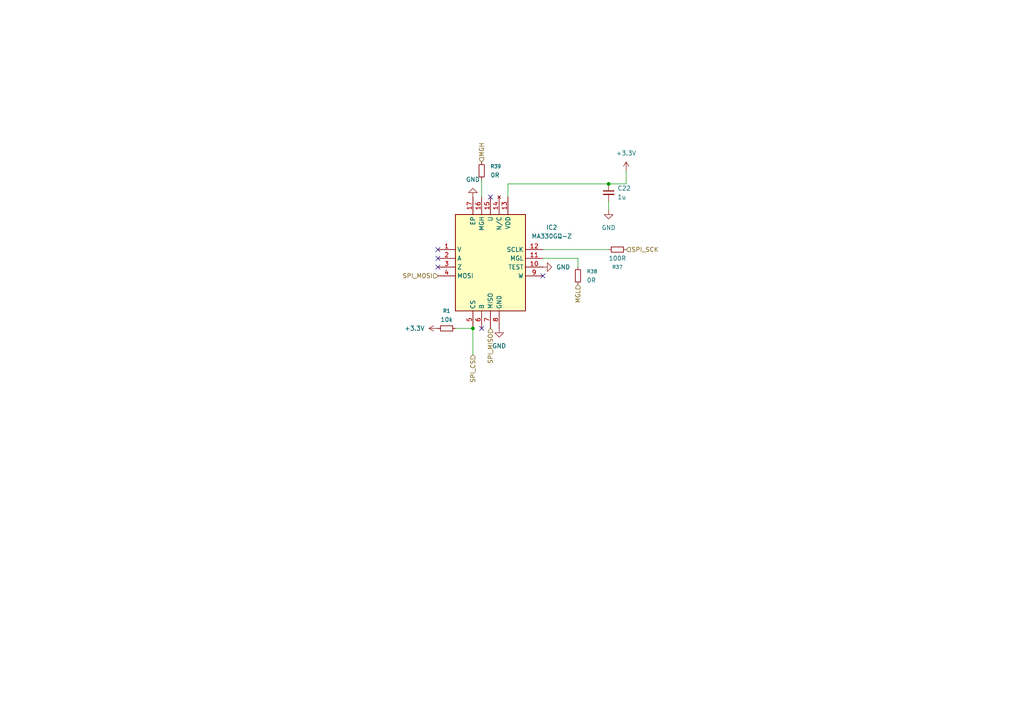
<source format=kicad_sch>
(kicad_sch (version 20250114) (generator "eeschema") (generator_version "9.0")
  (paper "A4")
  (lib_symbols
    (symbol "Device:C_Small" (pin_numbers (hide yes)) (pin_names (offset 0.254) (hide yes))
      (property "Reference" "C" (at 0.254 1.778 0))
      (property "Value" "C_Small" (at 0.254 -2.032 0))
      (symbol "C_Small_0_1"
        (polyline (pts (xy -1.524 0.508) (xy 1.524 0.508)) (stroke (width 0.3048)))
        (polyline (pts (xy -1.524 -0.508) (xy 1.524 -0.508)) (stroke (width 0.3302)))
      )
      (symbol "C_Small_1_1"
        (pin passive line (at 0 2.54 270) (length 2.032) (name "~") (number "1"))
        (pin passive line (at 0 -2.54 90) (length 2.032) (name "~") (number "2"))
      )
    )
    (symbol "Device:R_Small" (pin_numbers (hide yes)) (pin_names (offset 0.254) (hide yes))
      (property "Reference" "R" (at 0 0 90))
      (property "Value" "R_Small" (at 1.778 0 90))
      (symbol "R_Small_0_1"
        (rectangle (start -0.762 1.778) (end 0.762 -1.778) (stroke (width 0.2032)))
      )
      (symbol "R_Small_1_1"
        (pin passive line (at 0 2.54 270) (length 0.762) (name "~") (number "1"))
        (pin passive line (at 0 -2.54 90) (length 0.762) (name "~") (number "2"))
      )
    )
    (symbol "power:+3.3V" (power) (pin_numbers (hide yes)) (pin_names (offset 0) (hide yes))
      (property "Value" "+3.3V" (at 0 3.556 0))
      (symbol "+3.3V_0_1"
        (polyline (pts (xy -0.762 1.27) (xy 0 2.54)))
        (polyline (pts (xy 0 2.54) (xy 0.762 1.27)))
        (polyline (pts (xy 0 0) (xy 0 2.54)))
      )
      (symbol "+3.3V_1_1"
        (pin power_in line (at 0 0 90) (length 0) (name "~") (number "1"))
      )
    )
    (symbol "power:GND" (power) (pin_numbers (hide yes)) (pin_names (offset 0) (hide yes))
      (property "Value" "GND" (at 0 -3.81 0))
      (symbol "GND_0_1"
        (polyline (pts (xy 0 0) (xy 0 -1.27) (xy 1.27 -1.27) (xy 0 -2.54) (xy -1.27 -1.27) (xy 0 -1.27)))
      )
      (symbol "GND_1_1"
        (pin power_in line (at 0 0 270) (length 0) (name "~") (number "1"))
      )
    )
    (symbol "samacsys:MA330GQ-Z"
      (property "Reference" "IC" (at 26.67 15.24 0))
      (property "Value" "MA330GQ-Z" (at 26.67 12.7 0))
      (symbol "MA330GQ-Z_1_1"
        (rectangle (start 5.08 10.16) (end 25.4 -17.78) (stroke (width 0.254)) (fill (type background)))
        (pin passive line (at 0 0 0) (length 5.08) (name "V") (number "1"))
        (pin passive line (at 0 -2.54 0) (length 5.08) (name "A") (number "2"))
        (pin passive line (at 0 -5.08 0) (length 5.08) (name "Z") (number "3"))
        (pin passive line (at 0 -7.62 0) (length 5.08) (name "MOSI") (number "4"))
        (pin passive line (at 10.16 15.24 270) (length 5.08) (name "EP") (number "17"))
        (pin passive line (at 10.16 -22.86 90) (length 5.08) (name "CS") (number "5"))
        (pin passive line (at 12.7 15.24 270) (length 5.08) (name "MGH") (number "16"))
        (pin passive line (at 12.7 -22.86 90) (length 5.08) (name "B") (number "6"))
        (pin passive line (at 15.24 15.24 270) (length 5.08) (name "U") (number "15"))
        (pin passive line (at 15.24 -22.86 90) (length 5.08) (name "MISO") (number "7"))
        (pin no_connect line (at 17.78 15.24 270) (length 5.08) (name "N/C") (number "14"))
        (pin passive line (at 17.78 -22.86 90) (length 5.08) (name "GND") (number "8"))
        (pin passive line (at 20.32 15.24 270) (length 5.08) (name "VDD") (number "13"))
        (pin passive line (at 30.48 0 180) (length 5.08) (name "SCLK") (number "12"))
        (pin passive line (at 30.48 -2.54 180) (length 5.08) (name "MGL") (number "11"))
        (pin passive line (at 30.48 -5.08 180) (length 5.08) (name "TEST") (number "10"))
        (pin passive line (at 30.48 -7.62 180) (length 5.08) (name "W") (number "9"))
      )
    )
  )
  (junction (at 176.53 53.34))
  (junction (at 137.16 95.25))
  (no_connect (at 127 72.39))
  (no_connect (at 157.48 80.01))
  (no_connect (at 127 77.47))
  (no_connect (at 142.24 57.15))
  (no_connect (at 127 74.93))
  (no_connect (at 139.7 95.25))
  (wire (pts (xy 139.7 52.07) (xy 139.7 57.15)))
  (wire (pts (xy 137.16 95.25) (xy 137.16 102.87)))
  (wire (pts (xy 181.61 49.53) (xy 181.61 53.34)))
  (wire (pts (xy 157.48 72.39) (xy 176.53 72.39)))
  (wire (pts (xy 176.53 53.34) (xy 181.61 53.34)))
  (wire (pts (xy 147.32 53.34) (xy 176.53 53.34)))
  (wire (pts (xy 157.48 74.93) (xy 167.64 74.93)))
  (wire (pts (xy 167.64 74.93) (xy 167.64 77.47)))
  (wire (pts (xy 176.53 58.42) (xy 176.53 60.96)))
  (wire (pts (xy 132.08 95.25) (xy 137.16 95.25)))
  (wire (pts (xy 147.32 57.15) (xy 147.32 53.34)))
  (hierarchical_label "MGH" (shape input) (at 139.7 46.99 90))
  (hierarchical_label "SPI_SCK" (shape input) (at 181.61 72.39 0))
  (hierarchical_label "SPI_MOSI" (shape input) (at 127 80.01 180))
  (hierarchical_label "SPI_MISO" (shape input) (at 142.24 95.25 270))
  (hierarchical_label "MGL" (shape input) (at 167.64 82.55 270))
  (hierarchical_label "SPI_CS" (shape input) (at 137.16 102.87 270))
  (symbol (lib_id "samacsys:MA330GQ-Z") (at 127 72.39 0) (unit 1)
    (property "Reference" "IC2" (at 160.02 65.9698 0))
    (property "Value" "MA330GQ-Z" (at 160.02 68.5098 0))
    (property "Footprint" "samacsys:QFN50P300X300X100-17N-D" (effects (hide yes)))
    (property "Datasheet" "https://www.monolithicpower.com/en/documentview/productdocument/index/version/2/document_type/Datasheet/lang/en/sku/MA330/document_id/4695/" (effects (hide yes)))
    (property "Description" "14-Bit Digital Contactless Angle Sensor with ABZ & UVW Incremental Outputs 16-Pin QFN T/R - Tape and Reel" (effects (hide yes)))
    (property "Height" "1" (effects (hide yes)))
    (property "Manufacturer_Name" "Monolithic Power Systems (MPS)" (effects (hide yes)))
    (property "Manufacturer_Part_Number" "MA330GQ-Z" (effects (hide yes)))
    (property "Mouser Part Number" "946-MA330GQ-Z" (effects (hide yes)))
    (property "Mouser Price/Stock" "https://www.mouser.co.uk/ProductDetail/Monolithic-Power-Systems-MPS/MA330GQ-Z?qs=Zz7%252BYVVL6bHPpcm%252B14Y%2FHg%3D%3D" (effects (hide yes)))
  )
  (symbol (lib_id "Device:C_Small") (at 176.53 55.88 0) (unit 1)
    (property "Reference" "C22" (at 179.07 54.6162 0) (effects (justify left)))
    (property "Value" "1u" (at 179.07 57.1562 0) (effects (justify left)))
    (property "Footprint" "Capacitor_SMD:C_0402_1005Metric" (effects (hide yes)))
    (property "Description" "Unpolarized capacitor, small symbol" (effects (hide yes)))
  )
  (symbol (lib_id "Device:R_Small") (at 129.54 95.25 270) (unit 1)
    (property "Reference" "R1" (at 129.54 90.17 90) (effects (font (size 1.016 1.016))))
    (property "Value" "10k" (at 129.54 92.71 90))
    (property "Footprint" "Resistor_SMD:R_0201_0603Metric_Pad0.64x0.40mm_HandSolder" (effects (hide yes)))
    (property "Description" "Resistor, small symbol" (effects (hide yes)))
  )
  (symbol (lib_id "Device:R_Small") (at 179.07 72.39 270) (unit 1)
    (property "Reference" "R37" (at 179.07 77.47 90) (effects (font (size 1.016 1.016))))
    (property "Value" "100R" (at 179.07 74.93 90))
    (property "Footprint" "Resistor_SMD:R_0201_0603Metric_Pad0.64x0.40mm_HandSolder" (effects (hide yes)))
    (property "Description" "Resistor, small symbol" (effects (hide yes)))
  )
  (symbol (lib_id "power:GND") (at 144.78 95.25 0) (unit 1)
    (property "Reference" "#PWR033" (effects (hide yes)))
    (property "Value" "GND" (at 144.78 100.33 0))
    (property "Description" "Power symbol creates a global label with name \"GND\" , ground" (effects (hide yes)))
  )
  (symbol (lib_id "power:GND") (at 137.16 57.15 180) (unit 1)
    (property "Reference" "#PWR046" (effects (hide yes)))
    (property "Value" "GND" (at 137.16 52.07 0))
    (property "Description" "Power symbol creates a global label with name \"GND\" , ground" (effects (hide yes)))
  )
  (symbol (lib_id "power:+3.3V") (at 127 95.25 90) (unit 1)
    (property "Reference" "#PWR037" (effects (hide yes)))
    (property "Value" "+3.3V" (at 123.19 95.2499 90) (effects (justify left)))
    (property "Description" "Power symbol creates a global label with name \"+3.3V\"" (effects (hide yes)))
  )
  (symbol (lib_id "Device:R_Small") (at 167.64 80.01 180) (unit 1)
    (property "Reference" "R38" (at 170.18 78.7399 0) (effects (font (size 1.016 1.016)) (justify right)))
    (property "Value" "0R" (at 170.18 81.2799 0) (effects (justify right)))
    (property "Footprint" "Resistor_SMD:R_0201_0603Metric_Pad0.64x0.40mm_HandSolder" (effects (hide yes)))
    (property "Description" "Resistor, small symbol" (effects (hide yes)))
  )
  (symbol (lib_id "power:GND") (at 157.48 77.47 90) (unit 1)
    (property "Reference" "#PWR032" (effects (hide yes)))
    (property "Value" "GND" (at 161.29 77.4699 90) (effects (justify right)))
    (property "Description" "Power symbol creates a global label with name \"GND\" , ground" (effects (hide yes)))
  )
  (symbol (lib_id "Device:R_Small") (at 139.7 49.53 180) (unit 1)
    (property "Reference" "R39" (at 142.24 48.2599 0) (effects (font (size 1.016 1.016)) (justify right)))
    (property "Value" "0R" (at 142.24 50.7999 0) (effects (justify right)))
    (property "Footprint" "Resistor_SMD:R_0201_0603Metric_Pad0.64x0.40mm_HandSolder" (effects (hide yes)))
    (property "Description" "Resistor, small symbol" (effects (hide yes)))
  )
  (symbol (lib_id "power:GND") (at 176.53 60.96 0) (unit 1)
    (property "Reference" "#PWR029" (effects (hide yes)))
    (property "Value" "GND" (at 176.53 66.04 0))
    (property "Description" "Power symbol creates a global label with name \"GND\" , ground" (effects (hide yes)))
  )
  (symbol (lib_id "power:+3.3V") (at 181.61 49.53 0) (unit 1)
    (property "Reference" "#PWR019" (effects (hide yes)))
    (property "Value" "+3.3V" (at 181.61 44.45 0))
    (property "Description" "Power symbol creates a global label with name \"+3.3V\"" (effects (hide yes)))
  )
)
</source>
